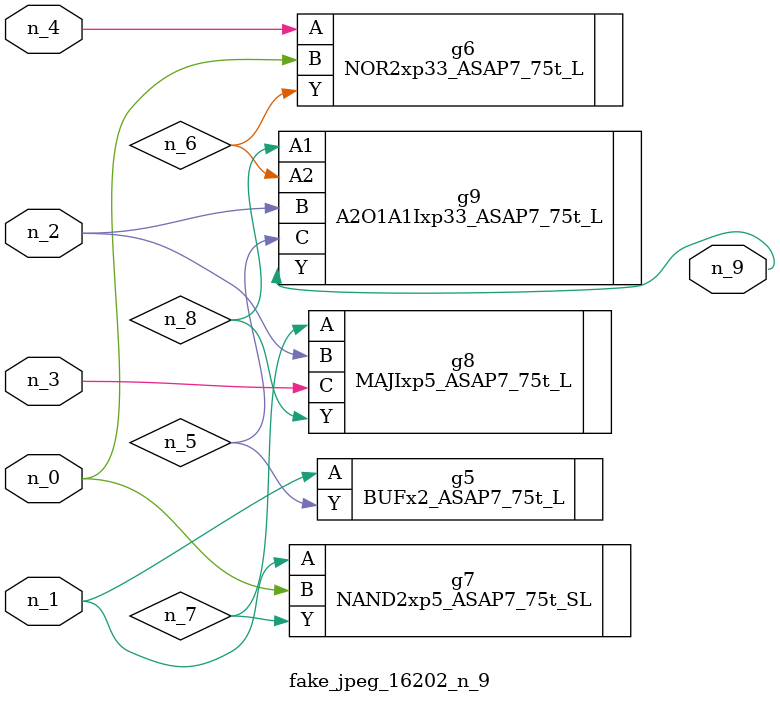
<source format=v>
module fake_jpeg_16202_n_9 (n_3, n_2, n_1, n_0, n_4, n_9);

input n_3;
input n_2;
input n_1;
input n_0;
input n_4;

output n_9;

wire n_8;
wire n_6;
wire n_5;
wire n_7;

BUFx2_ASAP7_75t_L g5 ( 
.A(n_1),
.Y(n_5)
);

NOR2xp33_ASAP7_75t_L g6 ( 
.A(n_4),
.B(n_0),
.Y(n_6)
);

NAND2xp5_ASAP7_75t_SL g7 ( 
.A(n_1),
.B(n_0),
.Y(n_7)
);

MAJIxp5_ASAP7_75t_L g8 ( 
.A(n_7),
.B(n_2),
.C(n_3),
.Y(n_8)
);

A2O1A1Ixp33_ASAP7_75t_L g9 ( 
.A1(n_8),
.A2(n_6),
.B(n_2),
.C(n_5),
.Y(n_9)
);


endmodule
</source>
